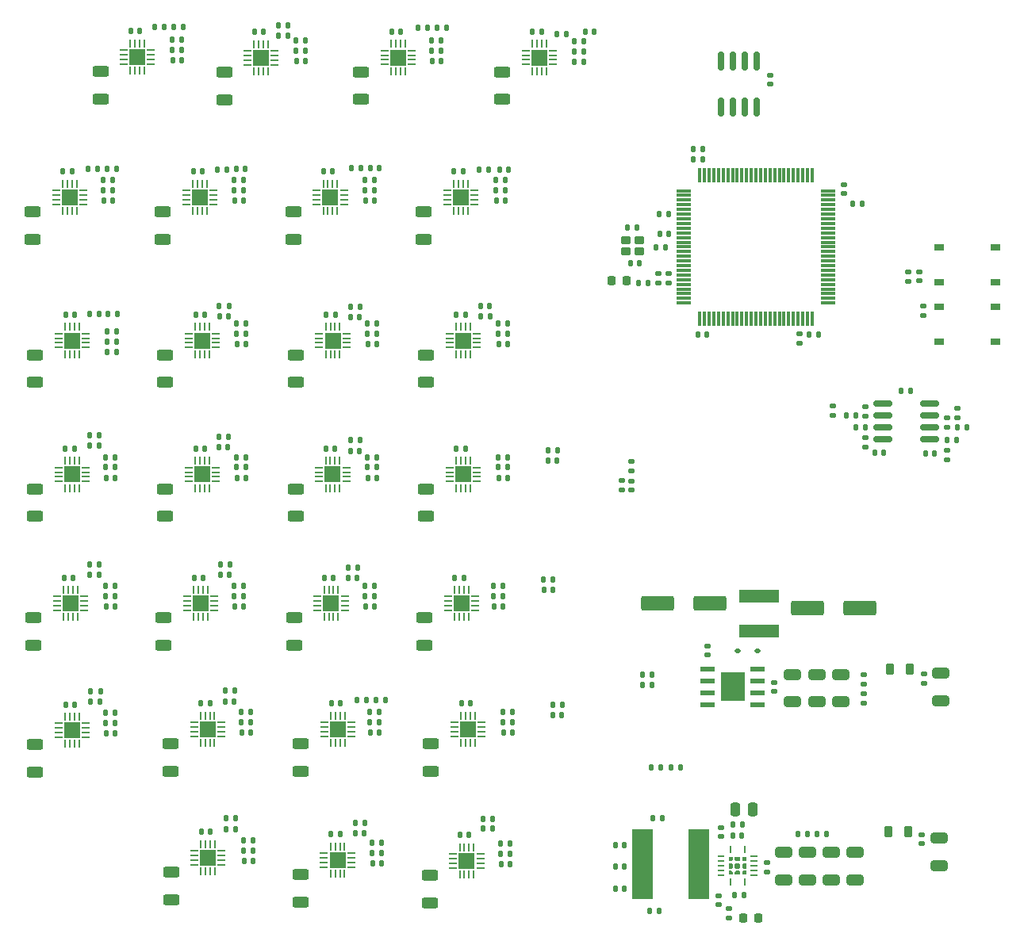
<source format=gbr>
%TF.GenerationSoftware,KiCad,Pcbnew,7.0.7*%
%TF.CreationDate,2024-01-27T11:11:08-08:00*%
%TF.ProjectId,KASM_PCB_REV1,4b41534d-5f50-4434-925f-524556312e6b,rev?*%
%TF.SameCoordinates,Original*%
%TF.FileFunction,Paste,Top*%
%TF.FilePolarity,Positive*%
%FSLAX46Y46*%
G04 Gerber Fmt 4.6, Leading zero omitted, Abs format (unit mm)*
G04 Created by KiCad (PCBNEW 7.0.7) date 2024-01-27 11:11:08*
%MOMM*%
%LPD*%
G01*
G04 APERTURE LIST*
G04 Aperture macros list*
%AMRoundRect*
0 Rectangle with rounded corners*
0 $1 Rounding radius*
0 $2 $3 $4 $5 $6 $7 $8 $9 X,Y pos of 4 corners*
0 Add a 4 corners polygon primitive as box body*
4,1,4,$2,$3,$4,$5,$6,$7,$8,$9,$2,$3,0*
0 Add four circle primitives for the rounded corners*
1,1,$1+$1,$2,$3*
1,1,$1+$1,$4,$5*
1,1,$1+$1,$6,$7*
1,1,$1+$1,$8,$9*
0 Add four rect primitives between the rounded corners*
20,1,$1+$1,$2,$3,$4,$5,0*
20,1,$1+$1,$4,$5,$6,$7,0*
20,1,$1+$1,$6,$7,$8,$9,0*
20,1,$1+$1,$8,$9,$2,$3,0*%
G04 Aperture macros list end*
%ADD10RoundRect,0.140000X0.140000X0.170000X-0.140000X0.170000X-0.140000X-0.170000X0.140000X-0.170000X0*%
%ADD11RoundRect,0.140000X-0.170000X0.140000X-0.170000X-0.140000X0.170000X-0.140000X0.170000X0.140000X0*%
%ADD12RoundRect,0.140000X0.170000X-0.140000X0.170000X0.140000X-0.170000X0.140000X-0.170000X-0.140000X0*%
%ADD13RoundRect,0.250000X-0.650000X0.325000X-0.650000X-0.325000X0.650000X-0.325000X0.650000X0.325000X0*%
%ADD14R,0.863600X0.254000*%
%ADD15R,0.254000X0.863600*%
%ADD16R,1.803400X1.803400*%
%ADD17RoundRect,0.135000X-0.135000X-0.185000X0.135000X-0.185000X0.135000X0.185000X-0.135000X0.185000X0*%
%ADD18RoundRect,0.135000X-0.185000X0.135000X-0.185000X-0.135000X0.185000X-0.135000X0.185000X0.135000X0*%
%ADD19RoundRect,0.135000X0.135000X0.185000X-0.135000X0.185000X-0.135000X-0.185000X0.135000X-0.185000X0*%
%ADD20RoundRect,0.140000X-0.140000X-0.170000X0.140000X-0.170000X0.140000X0.170000X-0.140000X0.170000X0*%
%ADD21RoundRect,0.250000X-0.625000X0.312500X-0.625000X-0.312500X0.625000X-0.312500X0.625000X0.312500X0*%
%ADD22RoundRect,0.218750X-0.218750X-0.256250X0.218750X-0.256250X0.218750X0.256250X-0.218750X0.256250X0*%
%ADD23R,1.000000X0.750000*%
%ADD24RoundRect,0.150000X-0.825000X-0.150000X0.825000X-0.150000X0.825000X0.150000X-0.825000X0.150000X0*%
%ADD25R,1.550000X0.600000*%
%ADD26R,2.600000X3.100000*%
%ADD27RoundRect,0.218750X0.218750X0.256250X-0.218750X0.256250X-0.218750X-0.256250X0.218750X-0.256250X0*%
%ADD28RoundRect,0.075000X-0.725000X-0.075000X0.725000X-0.075000X0.725000X0.075000X-0.725000X0.075000X0*%
%ADD29RoundRect,0.075000X-0.075000X-0.725000X0.075000X-0.725000X0.075000X0.725000X-0.075000X0.725000X0*%
%ADD30RoundRect,0.250000X1.500000X0.550000X-1.500000X0.550000X-1.500000X-0.550000X1.500000X-0.550000X0*%
%ADD31RoundRect,0.250000X0.250000X0.475000X-0.250000X0.475000X-0.250000X-0.475000X0.250000X-0.475000X0*%
%ADD32RoundRect,0.135000X0.185000X-0.135000X0.185000X0.135000X-0.185000X0.135000X-0.185000X-0.135000X0*%
%ADD33R,4.200000X1.400000*%
%ADD34RoundRect,0.150000X-0.150000X0.825000X-0.150000X-0.825000X0.150000X-0.825000X0.150000X0.825000X0*%
%ADD35RoundRect,0.218750X0.218750X0.381250X-0.218750X0.381250X-0.218750X-0.381250X0.218750X-0.381250X0*%
%ADD36R,2.200000X7.500000*%
%ADD37RoundRect,0.112500X0.187500X0.112500X-0.187500X0.112500X-0.187500X-0.112500X0.187500X-0.112500X0*%
%ADD38RoundRect,0.250000X-1.500000X-0.550000X1.500000X-0.550000X1.500000X0.550000X-1.500000X0.550000X0*%
%ADD39RoundRect,0.102000X-0.373000X-0.323000X0.373000X-0.323000X0.373000X0.323000X-0.373000X0.323000X0*%
G04 APERTURE END LIST*
%TO.C,U2*%
G36*
X147803144Y-141488154D02*
G01*
X147054860Y-141488154D01*
X147054860Y-141309846D01*
X147803144Y-141309846D01*
X147803144Y-141488154D01*
G37*
G36*
X147803144Y-140988152D02*
G01*
X147054860Y-140988152D01*
X147054860Y-140809844D01*
X147803144Y-140809844D01*
X147803144Y-140988152D01*
G37*
G36*
X147803144Y-140488153D02*
G01*
X147054860Y-140488153D01*
X147054860Y-140309845D01*
X147803144Y-140309845D01*
X147803144Y-140488153D01*
G37*
G36*
X147803144Y-139988154D02*
G01*
X147054860Y-139988154D01*
X147054860Y-139809846D01*
X147803144Y-139809846D01*
X147803144Y-139988154D01*
G37*
G36*
X147803144Y-139488152D02*
G01*
X147054860Y-139488152D01*
X147054860Y-139309844D01*
X147803144Y-139309844D01*
X147803144Y-139488152D01*
G37*
G36*
X146499156Y-142504141D02*
G01*
X146320848Y-142504141D01*
X146320848Y-141755857D01*
X146499156Y-141755857D01*
X146499156Y-142504141D01*
G37*
G36*
X146499156Y-139042141D02*
G01*
X146320848Y-139042141D01*
X146320848Y-138293857D01*
X146499156Y-138293857D01*
X146499156Y-139042141D01*
G37*
G36*
X144999154Y-142504141D02*
G01*
X144820846Y-142504141D01*
X144820846Y-141755857D01*
X144999154Y-141755857D01*
X144999154Y-142504141D01*
G37*
G36*
X144999154Y-139042141D02*
G01*
X144820846Y-139042141D01*
X144820846Y-138293857D01*
X144999154Y-138293857D01*
X144999154Y-139042141D01*
G37*
G36*
X144265142Y-141488154D02*
G01*
X143516858Y-141488154D01*
X143516858Y-141309846D01*
X144265142Y-141309846D01*
X144265142Y-141488154D01*
G37*
G36*
X144265142Y-140988152D02*
G01*
X143516858Y-140988152D01*
X143516858Y-140809844D01*
X144265142Y-140809844D01*
X144265142Y-140988152D01*
G37*
G36*
X144265142Y-140488153D02*
G01*
X143516858Y-140488153D01*
X143516858Y-140309845D01*
X144265142Y-140309845D01*
X144265142Y-140488153D01*
G37*
G36*
X144265142Y-139988154D02*
G01*
X143516858Y-139988154D01*
X143516858Y-139809846D01*
X144265142Y-139809846D01*
X144265142Y-139988154D01*
G37*
G36*
X144265142Y-139488152D02*
G01*
X143516858Y-139488152D01*
X143516858Y-139309844D01*
X144265142Y-139309844D01*
X144265142Y-139488152D01*
G37*
G36*
X146610071Y-141349069D02*
G01*
X146153701Y-141349069D01*
X146153701Y-141034120D01*
X146295122Y-140892699D01*
X146610071Y-140892699D01*
X146610071Y-141349069D01*
G37*
G36*
X146610071Y-139905299D02*
G01*
X146295122Y-139905299D01*
X146153701Y-139763878D01*
X146153701Y-139448929D01*
X146610071Y-139448929D01*
X146610071Y-139905299D01*
G37*
G36*
X145166301Y-141034120D02*
G01*
X145166301Y-141349069D01*
X144709931Y-141349069D01*
X144709931Y-140892699D01*
X145024880Y-140892699D01*
X145166301Y-141034120D01*
G37*
G36*
X145166301Y-139763878D02*
G01*
X145024880Y-139905299D01*
X144709931Y-139905299D01*
X144709931Y-139448929D01*
X145166301Y-139448929D01*
X145166301Y-139763878D01*
G37*
G36*
X146610071Y-140692699D02*
G01*
X146295122Y-140692699D01*
X146153701Y-140551278D01*
X146153701Y-140246720D01*
X146295122Y-140105299D01*
X146610071Y-140105299D01*
X146610071Y-140692699D01*
G37*
G36*
X145953701Y-141034120D02*
G01*
X145953701Y-141349069D01*
X145366301Y-141349069D01*
X145366301Y-141034120D01*
X145507722Y-140892699D01*
X145812280Y-140892699D01*
X145953701Y-141034120D01*
G37*
G36*
X145953701Y-139763878D02*
G01*
X145812280Y-139905299D01*
X145507722Y-139905299D01*
X145366301Y-139763878D01*
X145366301Y-139448929D01*
X145953701Y-139448929D01*
X145953701Y-139763878D01*
G37*
G36*
X145166301Y-140246720D02*
G01*
X145166301Y-140551278D01*
X145024880Y-140692699D01*
X144709931Y-140692699D01*
X144709931Y-140105299D01*
X145024880Y-140105299D01*
X145166301Y-140246720D01*
G37*
G36*
X145953701Y-140246720D02*
G01*
X145953701Y-140551278D01*
X145812280Y-140692699D01*
X145507722Y-140692699D01*
X145366301Y-140551278D01*
X145366301Y-140246720D01*
X145507722Y-140105299D01*
X145812280Y-140105299D01*
X145953701Y-140246720D01*
G37*
%TD*%
D10*
%TO.C,C76*%
X166697600Y-96316800D03*
X165737600Y-96316800D03*
%TD*%
%TO.C,C75*%
X161262000Y-96266000D03*
X160302000Y-96266000D03*
%TD*%
D11*
%TO.C,C74*%
X169164000Y-92529600D03*
X169164000Y-91569600D03*
%TD*%
D12*
%TO.C,C73*%
X155803600Y-91315600D03*
X155803600Y-92275600D03*
%TD*%
D13*
%TO.C,C43*%
X167208200Y-137437600D03*
X167208200Y-140387600D03*
%TD*%
%TO.C,C41*%
X167335200Y-119784600D03*
X167335200Y-122734600D03*
%TD*%
D14*
%TO.C,U39*%
X87097326Y-83544627D03*
X87097326Y-84044753D03*
X87097326Y-84544879D03*
X87097326Y-85045005D03*
D15*
X87794937Y-85742616D03*
X88295063Y-85742616D03*
X88795189Y-85742616D03*
X89295315Y-85742616D03*
D14*
X89992926Y-85045005D03*
X89992926Y-84544879D03*
X89992926Y-84044753D03*
X89992926Y-83544627D03*
D15*
X89295315Y-82847016D03*
X88795189Y-82847016D03*
X88295063Y-82847016D03*
X87794937Y-82847016D03*
D16*
X88545126Y-84294816D03*
%TD*%
D17*
%TO.C,R134*%
X106172000Y-96744200D03*
X107192000Y-96744200D03*
%TD*%
D18*
%TO.C,R24*%
X134355600Y-97205800D03*
X134355600Y-98225800D03*
%TD*%
D17*
%TO.C,R28*%
X104412000Y-65869600D03*
X105432000Y-65869600D03*
%TD*%
D19*
%TO.C,R27*%
X125958600Y-109822200D03*
X124938600Y-109822200D03*
%TD*%
D14*
%TO.C,U49*%
X115456510Y-125068611D03*
X115456510Y-125568737D03*
X115456510Y-126068863D03*
X115456510Y-126568989D03*
D15*
X116154121Y-127266600D03*
X116654247Y-127266600D03*
X117154373Y-127266600D03*
X117654499Y-127266600D03*
D14*
X118352110Y-126568989D03*
X118352110Y-126068863D03*
X118352110Y-125568737D03*
X118352110Y-125068611D03*
D15*
X117654499Y-124371000D03*
X117154373Y-124371000D03*
X116654247Y-124371000D03*
X116154121Y-124371000D03*
D16*
X116904310Y-125818800D03*
%TD*%
D14*
%TO.C,U40*%
X73179452Y-97848211D03*
X73179452Y-98348337D03*
X73179452Y-98848463D03*
X73179452Y-99348589D03*
D15*
X73877063Y-100046200D03*
X74377189Y-100046200D03*
X74877315Y-100046200D03*
X75377441Y-100046200D03*
D14*
X76075052Y-99348589D03*
X76075052Y-98848463D03*
X76075052Y-98348337D03*
X76075052Y-97848211D03*
D15*
X75377441Y-97150600D03*
X74877315Y-97150600D03*
X74377189Y-97150600D03*
X73877063Y-97150600D03*
D16*
X74627252Y-98598400D03*
%TD*%
D20*
%TO.C,C24*%
X137340400Y-72872600D03*
X138300400Y-72872600D03*
%TD*%
D10*
%TO.C,C22*%
X142364400Y-83642200D03*
X141404400Y-83642200D03*
%TD*%
D14*
%TO.C,U34*%
X101519488Y-139047011D03*
X101519488Y-139547137D03*
X101519488Y-140047263D03*
X101519488Y-140547389D03*
D15*
X102217099Y-141245000D03*
X102717225Y-141245000D03*
X103217351Y-141245000D03*
X103717477Y-141245000D03*
D14*
X104415088Y-140547389D03*
X104415088Y-140047263D03*
X104415088Y-139547137D03*
X104415088Y-139047011D03*
D15*
X103717477Y-138349400D03*
X103217351Y-138349400D03*
X102717225Y-138349400D03*
X102217099Y-138349400D03*
D16*
X102967288Y-139797200D03*
%TD*%
D20*
%TO.C,C71*%
X113616800Y-50927000D03*
X114576800Y-50927000D03*
%TD*%
%TO.C,C59*%
X107085800Y-122716400D03*
X108045800Y-122716400D03*
%TD*%
D21*
%TO.C,R147*%
X98322800Y-113913490D03*
X98322800Y-116838490D03*
%TD*%
D13*
%TO.C,C9*%
X158191200Y-138933400D03*
X158191200Y-141883400D03*
%TD*%
D17*
%TO.C,R139*%
X106146600Y-83532816D03*
X107166600Y-83532816D03*
%TD*%
D19*
%TO.C,R37*%
X97690400Y-50647600D03*
X96670400Y-50647600D03*
%TD*%
D10*
%TO.C,C134*%
X74623297Y-66255594D03*
X73663297Y-66255594D03*
%TD*%
D20*
%TO.C,C57*%
X104091800Y-109651800D03*
X105051800Y-109651800D03*
%TD*%
D22*
%TO.C,D2*%
X146278500Y-145971000D03*
X147853500Y-145971000D03*
%TD*%
D17*
%TO.C,R133*%
X106146600Y-97836400D03*
X107166600Y-97836400D03*
%TD*%
%TO.C,R136*%
X92176600Y-97836400D03*
X93196600Y-97836400D03*
%TD*%
%TO.C,R182*%
X128261463Y-52324000D03*
X129281463Y-52324000D03*
%TD*%
D23*
%TO.C,SW1*%
X167180000Y-74325000D03*
X173180000Y-74325000D03*
X167180000Y-78075000D03*
X173180000Y-78075000D03*
%TD*%
D17*
%TO.C,R164*%
X119888000Y-67169994D03*
X120908000Y-67169994D03*
%TD*%
D20*
%TO.C,C65*%
X91094400Y-136465200D03*
X92054400Y-136465200D03*
%TD*%
D17*
%TO.C,R142*%
X106400600Y-125044200D03*
X107420600Y-125044200D03*
%TD*%
D10*
%TO.C,C117*%
X107394537Y-126161800D03*
X106434537Y-126161800D03*
%TD*%
D20*
%TO.C,C66*%
X76527600Y-109305200D03*
X77487600Y-109305200D03*
%TD*%
D21*
%TO.C,R159*%
X85125847Y-127353501D03*
X85125847Y-130278501D03*
%TD*%
D14*
%TO.C,U56*%
X114743463Y-111628600D03*
X114743463Y-112128726D03*
X114743463Y-112628852D03*
X114743463Y-113128978D03*
D15*
X115441074Y-113826589D03*
X115941200Y-113826589D03*
X116441326Y-113826589D03*
X116941452Y-113826589D03*
D14*
X117639063Y-113128978D03*
X117639063Y-112628852D03*
X117639063Y-112128726D03*
X117639063Y-111628600D03*
D15*
X116941452Y-110930989D03*
X116441326Y-110930989D03*
X115941200Y-110930989D03*
X115441074Y-110930989D03*
D16*
X116191263Y-112378789D03*
%TD*%
D10*
%TO.C,C118*%
X117003663Y-137106155D03*
X116043663Y-137106155D03*
%TD*%
%TO.C,C138*%
X102443297Y-66255594D03*
X101483297Y-66255594D03*
%TD*%
D12*
%TO.C,C29*%
X138303000Y-78127800D03*
X138303000Y-77167800D03*
%TD*%
D17*
%TO.C,R109*%
X113004600Y-53305800D03*
X114024600Y-53305800D03*
%TD*%
D21*
%TO.C,R165*%
X70676663Y-85829517D03*
X70676663Y-88754517D03*
%TD*%
D11*
%TO.C,C30*%
X137185400Y-77167800D03*
X137185400Y-78127800D03*
%TD*%
D17*
%TO.C,R116*%
X91948000Y-110524589D03*
X92968000Y-110524589D03*
%TD*%
D10*
%TO.C,C33*%
X134896800Y-72212200D03*
X133936800Y-72212200D03*
%TD*%
D14*
%TO.C,U55*%
X100744097Y-68274005D03*
X100744097Y-68774131D03*
X100744097Y-69274257D03*
X100744097Y-69774383D03*
D15*
X101441708Y-70471994D03*
X101941834Y-70471994D03*
X102441960Y-70471994D03*
X102942086Y-70471994D03*
D14*
X103639697Y-69774383D03*
X103639697Y-69274257D03*
X103639697Y-68774131D03*
X103639697Y-68274005D03*
D15*
X102942086Y-67576394D03*
X102441960Y-67576394D03*
X101941834Y-67576394D03*
X101441708Y-67576394D03*
D16*
X102191897Y-69024194D03*
%TD*%
D20*
%TO.C,C60*%
X104320400Y-81813400D03*
X105280400Y-81813400D03*
%TD*%
D24*
%TO.C,U4*%
X161208000Y-91054233D03*
X161208000Y-92324233D03*
X161208000Y-93594233D03*
X161208000Y-94864233D03*
X166158000Y-94864233D03*
X166158000Y-93594233D03*
X166158000Y-92324233D03*
X166158000Y-91054233D03*
%TD*%
D20*
%TO.C,C72*%
X85496400Y-50774600D03*
X86456400Y-50774600D03*
%TD*%
D17*
%TO.C,R131*%
X78232000Y-96744200D03*
X79252000Y-96744200D03*
%TD*%
D21*
%TO.C,R120*%
X70502800Y-113913490D03*
X70502800Y-116838490D03*
%TD*%
D17*
%TO.C,R33*%
X78206600Y-125166800D03*
X79226600Y-125166800D03*
%TD*%
%TO.C,R30*%
X76310000Y-65929400D03*
X77330000Y-65929400D03*
%TD*%
D14*
%TO.C,U37*%
X73013463Y-111628600D03*
X73013463Y-112128726D03*
X73013463Y-112628852D03*
X73013463Y-113128978D03*
D15*
X73711074Y-113826589D03*
X74211200Y-113826589D03*
X74711326Y-113826589D03*
X75211452Y-113826589D03*
D14*
X75909063Y-113128978D03*
X75909063Y-112628852D03*
X75909063Y-112128726D03*
X75909063Y-111628600D03*
D15*
X75211452Y-110930989D03*
X74711326Y-110930989D03*
X74211200Y-110930989D03*
X73711074Y-110930989D03*
D16*
X74461263Y-112378789D03*
%TD*%
D19*
%TO.C,R39*%
X126443200Y-96037400D03*
X125423200Y-96037400D03*
%TD*%
D25*
%TO.C,U1*%
X142426000Y-119351200D03*
X142426000Y-120621200D03*
X142426000Y-121891200D03*
X142426000Y-123161200D03*
X147826000Y-123161200D03*
X147826000Y-121891200D03*
X147826000Y-120621200D03*
X147826000Y-119351200D03*
D26*
X145126000Y-121256200D03*
%TD*%
D10*
%TO.C,C111*%
X107140537Y-98954000D03*
X106180537Y-98954000D03*
%TD*%
D20*
%TO.C,C58*%
X118523600Y-136423400D03*
X119483600Y-136423400D03*
%TD*%
D18*
%TO.C,R19*%
X168026400Y-92576233D03*
X168026400Y-93596233D03*
%TD*%
D17*
%TO.C,R118*%
X120116600Y-83532816D03*
X121136600Y-83532816D03*
%TD*%
D10*
%TO.C,C95*%
X113998537Y-54423400D03*
X113038537Y-54423400D03*
%TD*%
D20*
%TO.C,C52*%
X120246200Y-66040000D03*
X121206200Y-66040000D03*
%TD*%
D10*
%TO.C,C112*%
X88788652Y-95829800D03*
X87828652Y-95829800D03*
%TD*%
%TO.C,C135*%
X78946537Y-69379794D03*
X77986537Y-69379794D03*
%TD*%
D19*
%TO.C,R12*%
X136120600Y-78155800D03*
X135100600Y-78155800D03*
%TD*%
D10*
%TO.C,C110*%
X102698652Y-95829800D03*
X101738652Y-95829800D03*
%TD*%
%TO.C,C125*%
X99520537Y-54432200D03*
X98560537Y-54432200D03*
%TD*%
D17*
%TO.C,R128*%
X92202000Y-82440616D03*
X93222000Y-82440616D03*
%TD*%
D19*
%TO.C,R36*%
X126951200Y-123190000D03*
X125931200Y-123190000D03*
%TD*%
D10*
%TO.C,C101*%
X121110537Y-84650416D03*
X120150537Y-84650416D03*
%TD*%
D17*
%TO.C,R2*%
X135507000Y-120015000D03*
X136527000Y-120015000D03*
%TD*%
D27*
%TO.C,L3*%
X133807300Y-77927200D03*
X132232300Y-77927200D03*
%TD*%
D14*
%TO.C,U12*%
X107989263Y-53317611D03*
X107989263Y-53817737D03*
X107989263Y-54317863D03*
X107989263Y-54817989D03*
D15*
X108686874Y-55515600D03*
X109187000Y-55515600D03*
X109687126Y-55515600D03*
X110187252Y-55515600D03*
D14*
X110884863Y-54817989D03*
X110884863Y-54317863D03*
X110884863Y-53817737D03*
X110884863Y-53317611D03*
D15*
X110187252Y-52620000D03*
X109687126Y-52620000D03*
X109187000Y-52620000D03*
X108686874Y-52620000D03*
D16*
X109437063Y-54067800D03*
%TD*%
D10*
%TO.C,C130*%
X116353297Y-66255594D03*
X115393297Y-66255594D03*
%TD*%
D17*
%TO.C,R56*%
X111554800Y-50927000D03*
X112574800Y-50927000D03*
%TD*%
D19*
%TO.C,R55*%
X77647800Y-121793000D03*
X76627800Y-121793000D03*
%TD*%
D12*
%TO.C,C21*%
X149174200Y-56893400D03*
X149174200Y-55933400D03*
%TD*%
D19*
%TO.C,R8*%
X153087800Y-137004800D03*
X152067800Y-137004800D03*
%TD*%
D17*
%TO.C,R125*%
X92964000Y-137668000D03*
X93984000Y-137668000D03*
%TD*%
D18*
%TO.C,R1*%
X159131000Y-119936800D03*
X159131000Y-120956800D03*
%TD*%
D20*
%TO.C,C69*%
X104833000Y-136915000D03*
X105793000Y-136915000D03*
%TD*%
D28*
%TO.C,U6*%
X139949800Y-68295000D03*
X139949800Y-68795000D03*
X139949800Y-69295000D03*
X139949800Y-69795000D03*
X139949800Y-70295000D03*
X139949800Y-70795000D03*
X139949800Y-71295000D03*
X139949800Y-71795000D03*
X139949800Y-72295000D03*
X139949800Y-72795000D03*
X139949800Y-73295000D03*
X139949800Y-73795000D03*
X139949800Y-74295000D03*
X139949800Y-74795000D03*
X139949800Y-75295000D03*
X139949800Y-75795000D03*
X139949800Y-76295000D03*
X139949800Y-76795000D03*
X139949800Y-77295000D03*
X139949800Y-77795000D03*
X139949800Y-78295000D03*
X139949800Y-78795000D03*
X139949800Y-79295000D03*
X139949800Y-79795000D03*
X139949800Y-80295000D03*
D29*
X141624800Y-81970000D03*
X142124800Y-81970000D03*
X142624800Y-81970000D03*
X143124800Y-81970000D03*
X143624800Y-81970000D03*
X144124800Y-81970000D03*
X144624800Y-81970000D03*
X145124800Y-81970000D03*
X145624800Y-81970000D03*
X146124800Y-81970000D03*
X146624800Y-81970000D03*
X147124800Y-81970000D03*
X147624800Y-81970000D03*
X148124800Y-81970000D03*
X148624800Y-81970000D03*
X149124800Y-81970000D03*
X149624800Y-81970000D03*
X150124800Y-81970000D03*
X150624800Y-81970000D03*
X151124800Y-81970000D03*
X151624800Y-81970000D03*
X152124800Y-81970000D03*
X152624800Y-81970000D03*
X153124800Y-81970000D03*
X153624800Y-81970000D03*
D28*
X155299800Y-80295000D03*
X155299800Y-79795000D03*
X155299800Y-79295000D03*
X155299800Y-78795000D03*
X155299800Y-78295000D03*
X155299800Y-77795000D03*
X155299800Y-77295000D03*
X155299800Y-76795000D03*
X155299800Y-76295000D03*
X155299800Y-75795000D03*
X155299800Y-75295000D03*
X155299800Y-74795000D03*
X155299800Y-74295000D03*
X155299800Y-73795000D03*
X155299800Y-73295000D03*
X155299800Y-72795000D03*
X155299800Y-72295000D03*
X155299800Y-71795000D03*
X155299800Y-71295000D03*
X155299800Y-70795000D03*
X155299800Y-70295000D03*
X155299800Y-69795000D03*
X155299800Y-69295000D03*
X155299800Y-68795000D03*
X155299800Y-68295000D03*
D29*
X153624800Y-66620000D03*
X153124800Y-66620000D03*
X152624800Y-66620000D03*
X152124800Y-66620000D03*
X151624800Y-66620000D03*
X151124800Y-66620000D03*
X150624800Y-66620000D03*
X150124800Y-66620000D03*
X149624800Y-66620000D03*
X149124800Y-66620000D03*
X148624800Y-66620000D03*
X148124800Y-66620000D03*
X147624800Y-66620000D03*
X147124800Y-66620000D03*
X146624800Y-66620000D03*
X146124800Y-66620000D03*
X145624800Y-66620000D03*
X145124800Y-66620000D03*
X144624800Y-66620000D03*
X144124800Y-66620000D03*
X143624800Y-66620000D03*
X143124800Y-66620000D03*
X142624800Y-66620000D03*
X142124800Y-66620000D03*
X141624800Y-66620000D03*
%TD*%
D19*
%TO.C,R47*%
X105337800Y-94945200D03*
X104317800Y-94945200D03*
%TD*%
D10*
%TO.C,C99*%
X92916537Y-112734389D03*
X91956537Y-112734389D03*
%TD*%
%TO.C,C27*%
X141907200Y-63830200D03*
X140947200Y-63830200D03*
%TD*%
D17*
%TO.C,R57*%
X83433600Y-50783600D03*
X84453600Y-50783600D03*
%TD*%
D21*
%TO.C,R138*%
X98496663Y-85829517D03*
X98496663Y-88754517D03*
%TD*%
%TO.C,R168*%
X70413434Y-70558895D03*
X70413434Y-73483895D03*
%TD*%
D17*
%TO.C,R29*%
X90091800Y-66014600D03*
X91111800Y-66014600D03*
%TD*%
D19*
%TO.C,R46*%
X91315000Y-94615000D03*
X90295000Y-94615000D03*
%TD*%
D13*
%TO.C,C4*%
X156692600Y-119937000D03*
X156692600Y-122887000D03*
%TD*%
D17*
%TO.C,R157*%
X120624600Y-125044200D03*
X121644600Y-125044200D03*
%TD*%
D21*
%TO.C,R132*%
X98488789Y-100133101D03*
X98488789Y-103058101D03*
%TD*%
D10*
%TO.C,C67*%
X119174200Y-80594200D03*
X118214200Y-80594200D03*
%TD*%
D14*
%TO.C,U47*%
X114909452Y-97848211D03*
X114909452Y-98348337D03*
X114909452Y-98848463D03*
X114909452Y-99348589D03*
D15*
X115607063Y-100046200D03*
X116107189Y-100046200D03*
X116607315Y-100046200D03*
X117107441Y-100046200D03*
D14*
X117805052Y-99348589D03*
X117805052Y-98848463D03*
X117805052Y-98348337D03*
X117805052Y-97848211D03*
D15*
X117107441Y-97150600D03*
X116607315Y-97150600D03*
X116107189Y-97150600D03*
X115607063Y-97150600D03*
D16*
X116357252Y-98598400D03*
%TD*%
D21*
%TO.C,R111*%
X99008825Y-141331901D03*
X99008825Y-144256901D03*
%TD*%
D17*
%TO.C,R152*%
X120142000Y-96744200D03*
X121162000Y-96744200D03*
%TD*%
D18*
%TO.C,R6*%
X144780000Y-144953000D03*
X144780000Y-145973000D03*
%TD*%
D11*
%TO.C,C12*%
X143611600Y-143586000D03*
X143611600Y-144546000D03*
%TD*%
D20*
%TO.C,C62*%
X104327800Y-96088200D03*
X105287800Y-96088200D03*
%TD*%
D17*
%TO.C,R21*%
X167999000Y-94889633D03*
X169019000Y-94889633D03*
%TD*%
%TO.C,R161*%
X92710000Y-123964600D03*
X93730000Y-123964600D03*
%TD*%
D10*
%TO.C,C116*%
X103245710Y-123050200D03*
X102285710Y-123050200D03*
%TD*%
%TO.C,C128*%
X89335710Y-123050200D03*
X88375710Y-123050200D03*
%TD*%
%TO.C,C114*%
X102706526Y-81526216D03*
X101746526Y-81526216D03*
%TD*%
%TO.C,C14*%
X133576000Y-138147800D03*
X132616000Y-138147800D03*
%TD*%
%TO.C,C127*%
X121618537Y-126161800D03*
X120658537Y-126161800D03*
%TD*%
%TO.C,C123*%
X121110537Y-98954000D03*
X120150537Y-98954000D03*
%TD*%
D19*
%TO.C,R23*%
X127408400Y-51587400D03*
X126388400Y-51587400D03*
%TD*%
D14*
%TO.C,U36*%
X114917326Y-83544627D03*
X114917326Y-84044753D03*
X114917326Y-84544879D03*
X114917326Y-85045005D03*
D15*
X115614937Y-85742616D03*
X116115063Y-85742616D03*
X116615189Y-85742616D03*
X117115315Y-85742616D03*
D14*
X117812926Y-85045005D03*
X117812926Y-84544879D03*
X117812926Y-84044753D03*
X117812926Y-83544627D03*
D15*
X117115315Y-82847016D03*
X116615189Y-82847016D03*
X116115063Y-82847016D03*
X115614937Y-82847016D03*
D16*
X116365126Y-84294816D03*
%TD*%
D17*
%TO.C,R43*%
X105052400Y-122656600D03*
X106072400Y-122656600D03*
%TD*%
%TO.C,R7*%
X136470200Y-129867400D03*
X137490200Y-129867400D03*
%TD*%
%TO.C,R176*%
X105918000Y-67169994D03*
X106938000Y-67169994D03*
%TD*%
D11*
%TO.C,C38*%
X134355600Y-99293200D03*
X134355600Y-100253200D03*
%TD*%
%TO.C,C32*%
X165100000Y-76970000D03*
X165100000Y-77930000D03*
%TD*%
D17*
%TO.C,R34*%
X118082600Y-66040000D03*
X119102600Y-66040000D03*
%TD*%
%TO.C,R178*%
X119608600Y-111616789D03*
X120628600Y-111616789D03*
%TD*%
D19*
%TO.C,R44*%
X105412000Y-80721200D03*
X104392000Y-80721200D03*
%TD*%
D20*
%TO.C,C49*%
X78384400Y-65938400D03*
X79344400Y-65938400D03*
%TD*%
D21*
%TO.C,R162*%
X112143434Y-70558895D03*
X112143434Y-73483895D03*
%TD*%
D17*
%TO.C,R166*%
X78357000Y-84429600D03*
X79377000Y-84429600D03*
%TD*%
D11*
%TO.C,C44*%
X165354000Y-137061000D03*
X165354000Y-138021000D03*
%TD*%
D30*
%TO.C,C7*%
X142697200Y-112318800D03*
X137097200Y-112318800D03*
%TD*%
D17*
%TO.C,R113*%
X106680000Y-137943000D03*
X107700000Y-137943000D03*
%TD*%
D21*
%TO.C,R141*%
X99035847Y-127353501D03*
X99035847Y-130278501D03*
%TD*%
D20*
%TO.C,C64*%
X90370600Y-81686400D03*
X91330600Y-81686400D03*
%TD*%
D18*
%TO.C,R22*%
X168051800Y-96005233D03*
X168051800Y-97025233D03*
%TD*%
D21*
%TO.C,R177*%
X112232800Y-113913490D03*
X112232800Y-116838490D03*
%TD*%
D10*
%TO.C,C139*%
X106886537Y-69379794D03*
X105926537Y-69379794D03*
%TD*%
D20*
%TO.C,C13*%
X136629200Y-135277600D03*
X137589200Y-135277600D03*
%TD*%
D17*
%TO.C,R32*%
X76502800Y-81457800D03*
X77522800Y-81457800D03*
%TD*%
D10*
%TO.C,C137*%
X92916537Y-69379794D03*
X91956537Y-69379794D03*
%TD*%
D20*
%TO.C,C45*%
X124985400Y-110896400D03*
X125945400Y-110896400D03*
%TD*%
D13*
%TO.C,C3*%
X154127200Y-119937000D03*
X154127200Y-122887000D03*
%TD*%
D20*
%TO.C,C54*%
X125935800Y-124282200D03*
X126895800Y-124282200D03*
%TD*%
D17*
%TO.C,R11*%
X145133600Y-136014200D03*
X146153600Y-136014200D03*
%TD*%
%TO.C,R158*%
X120650000Y-123952000D03*
X121670000Y-123952000D03*
%TD*%
D10*
%TO.C,C107*%
X93170537Y-84650416D03*
X92210537Y-84650416D03*
%TD*%
D12*
%TO.C,C18*%
X143916400Y-137281600D03*
X143916400Y-136321600D03*
%TD*%
D14*
%TO.C,U35*%
X86923463Y-111628600D03*
X86923463Y-112128726D03*
X86923463Y-112628852D03*
X86923463Y-113128978D03*
D15*
X87621074Y-113826589D03*
X88121200Y-113826589D03*
X88621326Y-113826589D03*
X89121452Y-113826589D03*
D14*
X89819063Y-113128978D03*
X89819063Y-112628852D03*
X89819063Y-112128726D03*
X89819063Y-111628600D03*
D15*
X89121452Y-110930989D03*
X88621326Y-110930989D03*
X88121200Y-110930989D03*
X87621074Y-110930989D03*
D16*
X88371263Y-112378789D03*
%TD*%
D10*
%TO.C,C120*%
X102532663Y-109610189D03*
X101572663Y-109610189D03*
%TD*%
D14*
%TO.C,U52*%
X73187326Y-83544627D03*
X73187326Y-84044753D03*
X73187326Y-84544879D03*
X73187326Y-85045005D03*
D15*
X73884937Y-85742616D03*
X74385063Y-85742616D03*
X74885189Y-85742616D03*
X75385315Y-85742616D03*
D14*
X76082926Y-85045005D03*
X76082926Y-84544879D03*
X76082926Y-84044753D03*
X76082926Y-83544627D03*
D15*
X75385315Y-82847016D03*
X74885189Y-82847016D03*
X74385063Y-82847016D03*
X73884937Y-82847016D03*
D16*
X74635126Y-84294816D03*
%TD*%
D14*
%TO.C,U53*%
X72924097Y-68274005D03*
X72924097Y-68774131D03*
X72924097Y-69274257D03*
X72924097Y-69774383D03*
D15*
X73621708Y-70471994D03*
X74121834Y-70471994D03*
X74621960Y-70471994D03*
X75122086Y-70471994D03*
D14*
X75819697Y-69774383D03*
X75819697Y-69274257D03*
X75819697Y-68774131D03*
X75819697Y-68274005D03*
D15*
X75122086Y-67576394D03*
X74621960Y-67576394D03*
X74121834Y-67576394D03*
X73621708Y-67576394D03*
D16*
X74371897Y-69024194D03*
%TD*%
D11*
%TO.C,C93*%
X148844000Y-140080800D03*
X148844000Y-141040800D03*
%TD*%
D20*
%TO.C,C34*%
X134241600Y-76047600D03*
X135201600Y-76047600D03*
%TD*%
D17*
%TO.C,R172*%
X91922600Y-68262194D03*
X92942600Y-68262194D03*
%TD*%
D10*
%TO.C,C96*%
X103218688Y-137028600D03*
X102258688Y-137028600D03*
%TD*%
D20*
%TO.C,C53*%
X90988000Y-122834400D03*
X91948000Y-122834400D03*
%TD*%
D10*
%TO.C,C98*%
X88622663Y-109610189D03*
X87662663Y-109610189D03*
%TD*%
%TO.C,C143*%
X129230000Y-54533800D03*
X128270000Y-54533800D03*
%TD*%
D19*
%TO.C,R49*%
X91363800Y-80594200D03*
X90343800Y-80594200D03*
%TD*%
D17*
%TO.C,R52*%
X118211600Y-81711800D03*
X119231600Y-81711800D03*
%TD*%
%TO.C,R130*%
X78206600Y-97836400D03*
X79226600Y-97836400D03*
%TD*%
%TO.C,R119*%
X120142000Y-82440616D03*
X121162000Y-82440616D03*
%TD*%
D14*
%TO.C,U54*%
X86834097Y-68274005D03*
X86834097Y-68774131D03*
X86834097Y-69274257D03*
X86834097Y-69774383D03*
D15*
X87531708Y-70471994D03*
X88031834Y-70471994D03*
X88531960Y-70471994D03*
X89032086Y-70471994D03*
D14*
X89729697Y-69774383D03*
X89729697Y-69274257D03*
X89729697Y-68774131D03*
X89729697Y-68274005D03*
D15*
X89032086Y-67576394D03*
X88531960Y-67576394D03*
X88031834Y-67576394D03*
X87531708Y-67576394D03*
D16*
X88281897Y-69024194D03*
%TD*%
D17*
%TO.C,R121*%
X78204600Y-111616789D03*
X79224600Y-111616789D03*
%TD*%
D10*
%TO.C,C94*%
X109688463Y-51299200D03*
X108728463Y-51299200D03*
%TD*%
D17*
%TO.C,R151*%
X120116600Y-97836400D03*
X121136600Y-97836400D03*
%TD*%
D10*
%TO.C,C133*%
X79350937Y-85547200D03*
X78390937Y-85547200D03*
%TD*%
D31*
%TO.C,C20*%
X147279400Y-134363200D03*
X145379400Y-134363200D03*
%TD*%
D21*
%TO.C,R108*%
X105478600Y-55602500D03*
X105478600Y-58527500D03*
%TD*%
D14*
%TO.C,U5*%
X80158463Y-53260585D03*
X80158463Y-53760711D03*
X80158463Y-54260837D03*
X80158463Y-54760963D03*
D15*
X80856074Y-55458574D03*
X81356200Y-55458574D03*
X81856326Y-55458574D03*
X82356452Y-55458574D03*
D14*
X83054063Y-54760963D03*
X83054063Y-54260837D03*
X83054063Y-53760711D03*
X83054063Y-53260585D03*
D15*
X82356452Y-52562974D03*
X81856326Y-52562974D03*
X81356200Y-52562974D03*
X80856074Y-52562974D03*
D16*
X81606263Y-54010774D03*
%TD*%
D14*
%TO.C,U44*%
X101546510Y-125068611D03*
X101546510Y-125568737D03*
X101546510Y-126068863D03*
X101546510Y-126568989D03*
D15*
X102244121Y-127266600D03*
X102744247Y-127266600D03*
X103244373Y-127266600D03*
X103744499Y-127266600D03*
D14*
X104442110Y-126568989D03*
X104442110Y-126068863D03*
X104442110Y-125568737D03*
X104442110Y-125068611D03*
D15*
X103744499Y-124371000D03*
X103244373Y-124371000D03*
X102744247Y-124371000D03*
X102244121Y-124371000D03*
D16*
X102994310Y-125818800D03*
%TD*%
D21*
%TO.C,R126*%
X84586663Y-85829517D03*
X84586663Y-88754517D03*
%TD*%
%TO.C,R174*%
X98233434Y-70558895D03*
X98233434Y-73483895D03*
%TD*%
D14*
%TO.C,U38*%
X87694663Y-138793011D03*
X87694663Y-139293137D03*
X87694663Y-139793263D03*
X87694663Y-140293389D03*
D15*
X88392274Y-140991000D03*
X88892400Y-140991000D03*
X89392526Y-140991000D03*
X89892652Y-140991000D03*
D14*
X90590263Y-140293389D03*
X90590263Y-139793263D03*
X90590263Y-139293137D03*
X90590263Y-138793011D03*
D15*
X89892652Y-138095400D03*
X89392526Y-138095400D03*
X88892400Y-138095400D03*
X88392274Y-138095400D03*
D16*
X89142463Y-139543200D03*
%TD*%
D19*
%TO.C,R42*%
X119532400Y-135356600D03*
X118512400Y-135356600D03*
%TD*%
D17*
%TO.C,R146*%
X120396000Y-138020555D03*
X121416000Y-138020555D03*
%TD*%
D21*
%TO.C,R171*%
X84323434Y-70558895D03*
X84323434Y-73483895D03*
%TD*%
D10*
%TO.C,C106*%
X88796526Y-81526216D03*
X87836526Y-81526216D03*
%TD*%
D18*
%TO.C,R14*%
X159339600Y-91357033D03*
X159339600Y-92377033D03*
%TD*%
D10*
%TO.C,C113*%
X93170537Y-98954000D03*
X92210537Y-98954000D03*
%TD*%
%TO.C,C103*%
X79198537Y-112734389D03*
X78238537Y-112734389D03*
%TD*%
D17*
%TO.C,R154*%
X98526600Y-53314600D03*
X99546600Y-53314600D03*
%TD*%
D21*
%TO.C,R144*%
X112793800Y-141409456D03*
X112793800Y-144334456D03*
%TD*%
D17*
%TO.C,R45*%
X85344000Y-52156574D03*
X86364000Y-52156574D03*
%TD*%
D18*
%TO.C,R3*%
X159131000Y-121994200D03*
X159131000Y-123014200D03*
%TD*%
D10*
%TO.C,C97*%
X107648537Y-140152800D03*
X106688537Y-140152800D03*
%TD*%
D17*
%TO.C,R137*%
X92202000Y-96744200D03*
X93222000Y-96744200D03*
%TD*%
D13*
%TO.C,C8*%
X150622000Y-138933400D03*
X150622000Y-141883400D03*
%TD*%
D11*
%TO.C,C35*%
X152273000Y-83594000D03*
X152273000Y-84554000D03*
%TD*%
D14*
%TO.C,U46*%
X100833463Y-111628600D03*
X100833463Y-112128726D03*
X100833463Y-112628852D03*
X100833463Y-113128978D03*
D15*
X101531074Y-113826589D03*
X102031200Y-113826589D03*
X102531326Y-113826589D03*
X103031452Y-113826589D03*
D14*
X103729063Y-113128978D03*
X103729063Y-112628852D03*
X103729063Y-112128726D03*
X103729063Y-111628600D03*
D15*
X103031452Y-110930989D03*
X102531326Y-110930989D03*
X102031200Y-110930989D03*
X101531074Y-110930989D03*
D16*
X102281263Y-112378789D03*
%TD*%
D20*
%TO.C,C50*%
X78488600Y-81432400D03*
X79448600Y-81432400D03*
%TD*%
D21*
%TO.C,R180*%
X120536863Y-55602500D03*
X120536863Y-58527500D03*
%TD*%
D10*
%TO.C,C16*%
X133576000Y-140471900D03*
X132616000Y-140471900D03*
%TD*%
D32*
%TO.C,R13*%
X163906200Y-77980000D03*
X163906200Y-76960000D03*
%TD*%
D17*
%TO.C,R110*%
X113030000Y-52213600D03*
X114050000Y-52213600D03*
%TD*%
%TO.C,R179*%
X119634000Y-110524589D03*
X120654000Y-110524589D03*
%TD*%
D18*
%TO.C,R107*%
X165481000Y-80645000D03*
X165481000Y-81665000D03*
%TD*%
D10*
%TO.C,C102*%
X74712663Y-109610189D03*
X73752663Y-109610189D03*
%TD*%
%TO.C,C131*%
X120856537Y-69379794D03*
X119896537Y-69379794D03*
%TD*%
D20*
%TO.C,C48*%
X92128400Y-65989200D03*
X93088400Y-65989200D03*
%TD*%
D21*
%TO.C,R135*%
X84578789Y-100133101D03*
X84578789Y-103058101D03*
%TD*%
D20*
%TO.C,C26*%
X140947200Y-64922400D03*
X141907200Y-64922400D03*
%TD*%
D17*
%TO.C,R181*%
X128236063Y-53416200D03*
X129256063Y-53416200D03*
%TD*%
%TO.C,R155*%
X98552000Y-52222400D03*
X99572000Y-52222400D03*
%TD*%
%TO.C,R124*%
X92938600Y-138760200D03*
X93958600Y-138760200D03*
%TD*%
D20*
%TO.C,C15*%
X136299000Y-145209000D03*
X137259000Y-145209000D03*
%TD*%
D17*
%TO.C,R160*%
X92684600Y-125056800D03*
X93704600Y-125056800D03*
%TD*%
D10*
%TO.C,C100*%
X116616526Y-81526216D03*
X115656526Y-81526216D03*
%TD*%
D11*
%TO.C,C39*%
X165557200Y-119913400D03*
X165557200Y-120873400D03*
%TD*%
D19*
%TO.C,R17*%
X159316200Y-93594233D03*
X158296200Y-93594233D03*
%TD*%
D14*
%TO.C,U57*%
X123047526Y-53317611D03*
X123047526Y-53817737D03*
X123047526Y-54317863D03*
X123047526Y-54817989D03*
D15*
X123745137Y-55515600D03*
X124245263Y-55515600D03*
X124745389Y-55515600D03*
X125245515Y-55515600D03*
D14*
X125943126Y-54817989D03*
X125943126Y-54317863D03*
X125943126Y-53817737D03*
X125943126Y-53317611D03*
D15*
X125245515Y-52620000D03*
X124745389Y-52620000D03*
X124245263Y-52620000D03*
X123745137Y-52620000D03*
D16*
X124495326Y-54067800D03*
%TD*%
D19*
%TO.C,R54*%
X105843800Y-135813800D03*
X104823800Y-135813800D03*
%TD*%
D17*
%TO.C,R122*%
X78230000Y-110524589D03*
X79250000Y-110524589D03*
%TD*%
%TO.C,R175*%
X105892600Y-68262194D03*
X106912600Y-68262194D03*
%TD*%
D10*
%TO.C,C132*%
X74886526Y-81526216D03*
X73926526Y-81526216D03*
%TD*%
D17*
%TO.C,R143*%
X106426000Y-123952000D03*
X107446000Y-123952000D03*
%TD*%
D19*
%TO.C,R9*%
X146382200Y-143507200D03*
X145362200Y-143507200D03*
%TD*%
D17*
%TO.C,R140*%
X106172000Y-82440616D03*
X107192000Y-82440616D03*
%TD*%
D20*
%TO.C,C19*%
X145163600Y-137157200D03*
X146123600Y-137157200D03*
%TD*%
D14*
%TO.C,U50*%
X87636510Y-125068611D03*
X87636510Y-125568737D03*
X87636510Y-126068863D03*
X87636510Y-126568989D03*
D15*
X88334121Y-127266600D03*
X88834247Y-127266600D03*
X89334373Y-127266600D03*
X89834499Y-127266600D03*
D14*
X90532110Y-126568989D03*
X90532110Y-126068863D03*
X90532110Y-125568737D03*
X90532110Y-125068611D03*
D15*
X89834499Y-124371000D03*
X89334373Y-124371000D03*
X88834247Y-124371000D03*
X88334121Y-124371000D03*
D16*
X89084310Y-125818800D03*
%TD*%
D13*
%TO.C,C11*%
X153136600Y-138933400D03*
X153136600Y-141883400D03*
%TD*%
D10*
%TO.C,C104*%
X89393863Y-136774600D03*
X88433863Y-136774600D03*
%TD*%
D21*
%TO.C,R153*%
X90855425Y-55627901D03*
X90855425Y-58552901D03*
%TD*%
D19*
%TO.C,R35*%
X92026200Y-121666000D03*
X91006200Y-121666000D03*
%TD*%
D17*
%TO.C,R40*%
X78232000Y-124074600D03*
X79252000Y-124074600D03*
%TD*%
D10*
%TO.C,C126*%
X117155710Y-123050200D03*
X116195710Y-123050200D03*
%TD*%
%TO.C,C122*%
X116608652Y-95829800D03*
X115648652Y-95829800D03*
%TD*%
%TO.C,C51*%
X86312537Y-54366374D03*
X85352537Y-54366374D03*
%TD*%
D14*
%TO.C,U43*%
X101007326Y-83544627D03*
X101007326Y-84044753D03*
X101007326Y-84544879D03*
X101007326Y-85045005D03*
D15*
X101704937Y-85742616D03*
X102205063Y-85742616D03*
X102705189Y-85742616D03*
X103205315Y-85742616D03*
D14*
X103902926Y-85045005D03*
X103902926Y-84544879D03*
X103902926Y-84044753D03*
X103902926Y-83544627D03*
D15*
X103205315Y-82847016D03*
X102705189Y-82847016D03*
X102205063Y-82847016D03*
X101704937Y-82847016D03*
D16*
X102455126Y-84294816D03*
%TD*%
D19*
%TO.C,R48*%
X77527400Y-95522000D03*
X76507400Y-95522000D03*
%TD*%
D17*
%TO.C,R163*%
X119862600Y-68262194D03*
X120882600Y-68262194D03*
%TD*%
D23*
%TO.C,SW2*%
X167180000Y-80651600D03*
X173180000Y-80651600D03*
X167180000Y-84401600D03*
X173180000Y-84401600D03*
%TD*%
D10*
%TO.C,C142*%
X124746726Y-51299200D03*
X123786726Y-51299200D03*
%TD*%
D14*
%TO.C,U45*%
X115304463Y-139124566D03*
X115304463Y-139624692D03*
X115304463Y-140124818D03*
X115304463Y-140624944D03*
D15*
X116002074Y-141322555D03*
X116502200Y-141322555D03*
X117002326Y-141322555D03*
X117502452Y-141322555D03*
D14*
X118200063Y-140624944D03*
X118200063Y-140124818D03*
X118200063Y-139624692D03*
X118200063Y-139124566D03*
D15*
X117502452Y-138426955D03*
X117002326Y-138426955D03*
X116502200Y-138426955D03*
X116002074Y-138426955D03*
D16*
X116752263Y-139874755D03*
%TD*%
D33*
%TO.C,L1*%
X147955000Y-115337200D03*
X147955000Y-111637200D03*
%TD*%
D11*
%TO.C,C25*%
X156997400Y-67617400D03*
X156997400Y-68577400D03*
%TD*%
D20*
%TO.C,C28*%
X163152200Y-89631833D03*
X164112200Y-89631833D03*
%TD*%
D17*
%TO.C,R170*%
X77978000Y-67169994D03*
X78998000Y-67169994D03*
%TD*%
%TO.C,R149*%
X105918000Y-110524589D03*
X106938000Y-110524589D03*
%TD*%
D10*
%TO.C,C23*%
X154277000Y-83616800D03*
X153317000Y-83616800D03*
%TD*%
D19*
%TO.C,R50*%
X92104400Y-135331200D03*
X91084400Y-135331200D03*
%TD*%
D10*
%TO.C,C124*%
X95065288Y-51324600D03*
X94105288Y-51324600D03*
%TD*%
D18*
%TO.C,R18*%
X159263400Y-94659033D03*
X159263400Y-95679033D03*
%TD*%
%TO.C,R25*%
X133288800Y-99263200D03*
X133288800Y-100283200D03*
%TD*%
D34*
%TO.C,U3*%
X147701000Y-54446400D03*
X146431000Y-54446400D03*
X145161000Y-54446400D03*
X143891000Y-54446400D03*
X143891000Y-59396400D03*
X145161000Y-59396400D03*
X146431000Y-59396400D03*
X147701000Y-59396400D03*
%TD*%
D17*
%TO.C,R145*%
X120370600Y-139112755D03*
X121390600Y-139112755D03*
%TD*%
D20*
%TO.C,C56*%
X125433200Y-97155000D03*
X126393200Y-97155000D03*
%TD*%
D13*
%TO.C,C2*%
X151511000Y-119937000D03*
X151511000Y-122887000D03*
%TD*%
D10*
%TO.C,C136*%
X88533297Y-66255594D03*
X87573297Y-66255594D03*
%TD*%
D17*
%TO.C,R169*%
X77952600Y-68262194D03*
X78972600Y-68262194D03*
%TD*%
%TO.C,R167*%
X78382400Y-83337400D03*
X79402400Y-83337400D03*
%TD*%
D21*
%TO.C,R123*%
X85184000Y-141077901D03*
X85184000Y-144002901D03*
%TD*%
D10*
%TO.C,C46*%
X79200537Y-126284400D03*
X78240537Y-126284400D03*
%TD*%
D17*
%TO.C,R15*%
X136954800Y-74345800D03*
X137974800Y-74345800D03*
%TD*%
D10*
%TO.C,C108*%
X74878652Y-95829800D03*
X73918652Y-95829800D03*
%TD*%
D21*
%TO.C,R26*%
X70692411Y-127463501D03*
X70692411Y-130388501D03*
%TD*%
D14*
%TO.C,U51*%
X114654097Y-68274005D03*
X114654097Y-68774131D03*
X114654097Y-69274257D03*
X114654097Y-69774383D03*
D15*
X115351708Y-70471994D03*
X115851834Y-70471994D03*
X116351960Y-70471994D03*
X116852086Y-70471994D03*
D14*
X117549697Y-69774383D03*
X117549697Y-69274257D03*
X117549697Y-68774131D03*
X117549697Y-68274005D03*
D15*
X116852086Y-67576394D03*
X116351960Y-67576394D03*
X115851834Y-67576394D03*
X115351708Y-67576394D03*
D16*
X116101897Y-69024194D03*
%TD*%
D20*
%TO.C,C61*%
X90305000Y-95680600D03*
X91265000Y-95680600D03*
%TD*%
D17*
%TO.C,R115*%
X91922600Y-111616789D03*
X92942600Y-111616789D03*
%TD*%
D10*
%TO.C,C129*%
X93678537Y-126174400D03*
X92718537Y-126174400D03*
%TD*%
D14*
%TO.C,U41*%
X100999452Y-97848211D03*
X100999452Y-98348337D03*
X100999452Y-98848463D03*
X100999452Y-99348589D03*
D15*
X101697063Y-100046200D03*
X102197189Y-100046200D03*
X102697315Y-100046200D03*
X103197441Y-100046200D03*
D14*
X103895052Y-99348589D03*
X103895052Y-98848463D03*
X103895052Y-98348337D03*
X103895052Y-97848211D03*
D15*
X103197441Y-97150600D03*
X102697315Y-97150600D03*
X102197189Y-97150600D03*
X101697063Y-97150600D03*
D16*
X102447252Y-98598400D03*
%TD*%
D21*
%TO.C,R156*%
X112945847Y-127353501D03*
X112945847Y-130278501D03*
%TD*%
D20*
%TO.C,C36*%
X157965200Y-69646800D03*
X158925200Y-69646800D03*
%TD*%
D14*
%TO.C,U48*%
X93366088Y-53343011D03*
X93366088Y-53843137D03*
X93366088Y-54343263D03*
X93366088Y-54843389D03*
D15*
X94063699Y-55541000D03*
X94563825Y-55541000D03*
X95063951Y-55541000D03*
X95564077Y-55541000D03*
D14*
X96261688Y-54843389D03*
X96261688Y-54343263D03*
X96261688Y-53843137D03*
X96261688Y-53343011D03*
D15*
X95564077Y-52645400D03*
X95063951Y-52645400D03*
X94563825Y-52645400D03*
X94063699Y-52645400D03*
D16*
X94813888Y-54093200D03*
%TD*%
D21*
%TO.C,R31*%
X77647800Y-55545474D03*
X77647800Y-58470474D03*
%TD*%
D14*
%TO.C,U7*%
X73203074Y-125178611D03*
X73203074Y-125678737D03*
X73203074Y-126178863D03*
X73203074Y-126678989D03*
D15*
X73900685Y-127376600D03*
X74400811Y-127376600D03*
X74900937Y-127376600D03*
X75401063Y-127376600D03*
D14*
X76098674Y-126678989D03*
X76098674Y-126178863D03*
X76098674Y-125678737D03*
X76098674Y-125178611D03*
D15*
X75401063Y-124481000D03*
X74900937Y-124481000D03*
X74400811Y-124481000D03*
X73900685Y-124481000D03*
D16*
X74650874Y-125928800D03*
%TD*%
D21*
%TO.C,R150*%
X112398789Y-100133101D03*
X112398789Y-103058101D03*
%TD*%
D35*
%TO.C,FB1*%
X164079700Y-119405400D03*
X161954700Y-119405400D03*
%TD*%
%TO.C,FB2*%
X163876500Y-136779000D03*
X161751500Y-136779000D03*
%TD*%
D19*
%TO.C,R53*%
X91496000Y-108195000D03*
X90476000Y-108195000D03*
%TD*%
%TO.C,R41*%
X105100600Y-108585000D03*
X104080600Y-108585000D03*
%TD*%
D13*
%TO.C,C10*%
X155663900Y-138933400D03*
X155663900Y-141883400D03*
%TD*%
D10*
%TO.C,C40*%
X81857663Y-51242174D03*
X80897663Y-51242174D03*
%TD*%
D20*
%TO.C,C47*%
X106454000Y-65862200D03*
X107414000Y-65862200D03*
%TD*%
D17*
%TO.C,R38*%
X85318600Y-53248774D03*
X86338600Y-53248774D03*
%TD*%
D20*
%TO.C,C55*%
X96680400Y-51707000D03*
X97640400Y-51707000D03*
%TD*%
%TO.C,C37*%
X129390200Y-51282600D03*
X130350200Y-51282600D03*
%TD*%
D19*
%TO.C,R4*%
X136527000Y-121107200D03*
X135507000Y-121107200D03*
%TD*%
D11*
%TO.C,C5*%
X149606000Y-120830400D03*
X149606000Y-121790400D03*
%TD*%
D14*
%TO.C,U42*%
X87089452Y-97848211D03*
X87089452Y-98348337D03*
X87089452Y-98848463D03*
X87089452Y-99348589D03*
D15*
X87787063Y-100046200D03*
X88287189Y-100046200D03*
X88787315Y-100046200D03*
X89287441Y-100046200D03*
D14*
X89985052Y-99348589D03*
X89985052Y-98848463D03*
X89985052Y-98348337D03*
X89985052Y-97848211D03*
D15*
X89287441Y-97150600D03*
X88787315Y-97150600D03*
X88287189Y-97150600D03*
X87787063Y-97150600D03*
D16*
X88537252Y-98598400D03*
%TD*%
D19*
%TO.C,R5*%
X155143200Y-137004800D03*
X154123200Y-137004800D03*
%TD*%
D36*
%TO.C,L2*%
X141531600Y-140230600D03*
X135531600Y-140230600D03*
%TD*%
D21*
%TO.C,R114*%
X84412800Y-113913490D03*
X84412800Y-116838490D03*
%TD*%
D10*
%TO.C,C105*%
X93932537Y-139877800D03*
X92972537Y-139877800D03*
%TD*%
D37*
%TO.C,D1*%
X147811200Y-117475000D03*
X145711200Y-117475000D03*
%TD*%
D17*
%TO.C,R127*%
X92176600Y-83532816D03*
X93196600Y-83532816D03*
%TD*%
D10*
%TO.C,C119*%
X121364537Y-140230355D03*
X120404537Y-140230355D03*
%TD*%
%TO.C,C121*%
X106886537Y-112734389D03*
X105926537Y-112734389D03*
%TD*%
D21*
%TO.C,R129*%
X70668789Y-100133101D03*
X70668789Y-103058101D03*
%TD*%
D20*
%TO.C,C70*%
X76627200Y-122850800D03*
X77587200Y-122850800D03*
%TD*%
D38*
%TO.C,C6*%
X153105200Y-112903000D03*
X158705200Y-112903000D03*
%TD*%
D10*
%TO.C,C109*%
X79200537Y-98954000D03*
X78240537Y-98954000D03*
%TD*%
%TO.C,C42*%
X74902274Y-123160200D03*
X73942274Y-123160200D03*
%TD*%
D21*
%TO.C,R117*%
X112406663Y-85829517D03*
X112406663Y-88754517D03*
%TD*%
D17*
%TO.C,R20*%
X169091200Y-93594233D03*
X170111200Y-93594233D03*
%TD*%
%TO.C,R112*%
X106654600Y-139035200D03*
X107674600Y-139035200D03*
%TD*%
D12*
%TO.C,C1*%
X142443200Y-117878800D03*
X142443200Y-116918800D03*
%TD*%
D17*
%TO.C,R10*%
X138553000Y-129867400D03*
X139573000Y-129867400D03*
%TD*%
D10*
%TO.C,C141*%
X120602537Y-112734389D03*
X119642537Y-112734389D03*
%TD*%
D17*
%TO.C,R148*%
X105892600Y-111616789D03*
X106912600Y-111616789D03*
%TD*%
D39*
%TO.C,Y1*%
X133742600Y-74743000D03*
X135192600Y-74743000D03*
X135192600Y-73593000D03*
X133742600Y-73593000D03*
%TD*%
D19*
%TO.C,R51*%
X77546200Y-108178600D03*
X76526200Y-108178600D03*
%TD*%
D20*
%TO.C,C63*%
X76532800Y-94386400D03*
X77492800Y-94386400D03*
%TD*%
D10*
%TO.C,C140*%
X116442663Y-109610189D03*
X115482663Y-109610189D03*
%TD*%
%TO.C,C115*%
X107140537Y-84650416D03*
X106180537Y-84650416D03*
%TD*%
D20*
%TO.C,C68*%
X90477400Y-109321600D03*
X91437400Y-109321600D03*
%TD*%
D10*
%TO.C,C17*%
X133576000Y-142796000D03*
X132616000Y-142796000D03*
%TD*%
D19*
%TO.C,R16*%
X158274800Y-92324233D03*
X157254800Y-92324233D03*
%TD*%
D17*
%TO.C,R173*%
X91948000Y-67169994D03*
X92968000Y-67169994D03*
%TD*%
D20*
%TO.C,C31*%
X137315000Y-70789800D03*
X138275000Y-70789800D03*
%TD*%
M02*

</source>
